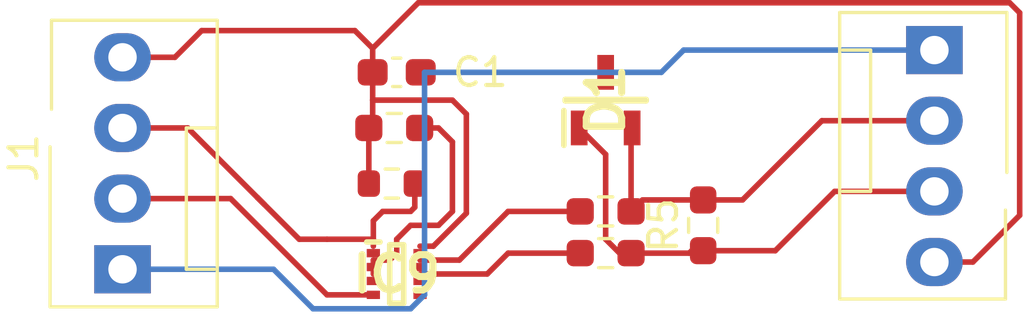
<source format=kicad_pcb>
(kicad_pcb (version 20240108) (generator "pcbnew") (generator_version "8.0")
  (layers (0 "F.Cu" signal) (31 "B.Cu" signal) (34 "B.Paste" user) (35 "F.Paste" user) (36 "B.SilkS" user "B.Silkscreen") (37 "F.SilkS" user "F.Silkscreen") (38 "B.Mask" user) (39 "F.Mask" user) (44 "Edge.Cuts" user))
  (net 0 "")
  (net 1 "VDD")
  (net 2 "GND")
  (net 3 "Net-(IC9-~{RE})")
  (net 4 "/UART RX")
  (net 5 "Net-(IC9-A)")
  (net 6 "Net-(IC9-B)")
  (net 7 "Net-(J2-Pin_2)")
  (net 8 "Net-(J2-Pin_3)")
  (net 9 "Net-(IC9-D)")
  (footprint "Library:SOT95P230X117-3N" (layer "F.Cu") (at 135.5 79 90)
    (property "Reference" "D1" (at 0 0 90) (layer "F.SilkS") (effects (font (size 1.27 1.27) (thickness 0.254))))
    (property "Value" "SM712" (hide yes))
    (fp_line (start -1.625 -1.5) (end -0.375 -1.5) (stroke (width 0.2)) (layer "F.SilkS"))
    (fp_line (start 0.025 -1.45) (end 0.025 1.45) (stroke (width 0.2)) (layer "F.SilkS"))
    (fp_line (start -0.025 -1.45) (end 0.025 -1.45) (stroke (width 0.2)) (layer "F.SilkS"))
    (fp_line (start 0.025 1.45) (end -0.025 1.45) (stroke (width 0.2)) (layer "F.SilkS"))
    (fp_line (start -0.025 1.45) (end -0.025 -1.45) (stroke (width 0.2)) (layer "F.SilkS"))
    (pad "1" smd rect (at -1 -0.95 180) (size 0.6 1.25) (layers "F.Cu" "F.Paste" "F.Mask") (net 8 "Net-(J2-Pin_3)"))
    (pad "2" smd rect (at -1 0.95 180) (size 0.6 1.25) (layers "F.Cu" "F.Paste" "F.Mask") (net 7 "Net-(J2-Pin_2)"))
    (pad "3" smd rect (at 1 0 180) (size 0.6 1.25) (layers "F.Cu" "F.Paste" "F.Mask") (net 2 "GND"))
  )
  (footprint "Resistor_SMD:R_0603_1608Metric_Pad0.98x0.95mm_HandSolder" (layer "F.Cu") (at 135.5 83)
    (property "Reference" "R3" (hide yes))
    (property "Value" "R" (hide yes))
    (fp_line (start -0.254724 -0.5225) (end 0.254724 -0.5225) (stroke (width 0.12)) (layer "F.SilkS"))
    (fp_line (start -0.254724 0.5225) (end 0.254724 0.5225) (stroke (width 0.12)) (layer "F.SilkS"))
    (pad "1" smd roundrect (at -0.9125 0) (size 0.975 0.95) (layers "F.Cu" "F.Paste" "F.Mask") (net 6 "Net-(IC9-B)"))
    (pad "2" smd roundrect (at 0.9125 0) (size 0.975 0.95) (layers "F.Cu" "F.Paste" "F.Mask") (net 7 "Net-(J2-Pin_2)"))
  )
  (footprint "Resistor_SMD:R_0603_1608Metric" (layer "F.Cu") (at 127.825 82)
    (property "Reference" "R1" (hide yes))
    (property "Value" "R")
    (fp_line (start -0.237258 -0.5225) (end 0.237258 -0.5225) (stroke (width 0.12)) (layer "F.SilkS"))
    (fp_line (start -0.237258 0.5225) (end 0.237258 0.5225) (stroke (width 0.12)) (layer "F.SilkS"))
    (pad "1" smd roundrect (at -0.825 0) (size 0.8 0.95) (layers "F.Cu" "F.Paste" "F.Mask") (net 1 "VDD"))
    (pad "2" smd roundrect (at 0.825 0) (size 0.8 0.95) (layers "F.Cu" "F.Paste" "F.Mask") (net 4 "/UART RX"))
  )
  (footprint "Capacitor_SMD:C_0603_1608Metric_Pad1.08x0.95mm_HandSolder" (layer "F.Cu") (at 128 78)
    (property "Reference" "C1" (at 3 0 180) (layer "F.SilkS"))
    (property "Value" "C")
    (fp_line (start -0.146267 -0.51) (end 0.146267 -0.51) (stroke (width 0.12)) (layer "F.SilkS"))
    (fp_line (start -0.146267 0.51) (end 0.146267 0.51) (stroke (width 0.12)) (layer "F.SilkS"))
    (pad "1" smd roundrect (at -0.8625 0) (size 1.075 0.95) (layers "F.Cu" "F.Paste" "F.Mask") (net 1 "VDD"))
    (pad "2" smd roundrect (at 0.8625 0) (size 1.075 0.95) (layers "F.Cu" "F.Paste" "F.Mask") (net 2 "GND"))
  )
  (footprint "Resistor_SMD:R_0603_1608Metric_Pad0.98x0.95mm_HandSolder" (layer "F.Cu") (at 135.5 84.5)
    (property "Reference" "R4" (hide yes))
    (property "Value" "R" (hide yes))
    (fp_line (start -0.254724 -0.5225) (end 0.254724 -0.5225) (stroke (width 0.12)) (layer "F.SilkS"))
    (fp_line (start -0.254724 0.5225) (end 0.254724 0.5225) (stroke (width 0.12)) (layer "F.SilkS"))
    (pad "1" smd roundrect (at -0.9125 0) (size 0.975 0.95) (layers "F.Cu" "F.Paste" "F.Mask") (net 5 "Net-(IC9-A)"))
    (pad "2" smd roundrect (at 0.9125 0) (size 0.975 0.95) (layers "F.Cu" "F.Paste" "F.Mask") (net 8 "Net-(J2-Pin_3)"))
  )
  (footprint "Connector:FanPinHeader_1x04_P2.54mm_Vertical" (layer "F.Cu") (at 118.16 85.08 90)
    (property "Reference" "J1" (at 4 -3.55 90) (layer "F.SilkS"))
    (property "Value" "~" (hide yes))
    (fp_line (start -1.35 -2.6) (end 4.4 -2.6) (stroke (width 0.12)) (layer "F.SilkS"))
    (fp_line (start 8.95 -2.55) (end 8.95 3.4) (stroke (width 0.12)) (layer "F.SilkS"))
    (fp_line (start 5.75 -2.55) (end 8.95 -2.55) (stroke (width 0.12)) (layer "F.SilkS"))
    (fp_line (start 5.08 2.29) (end 5.08 3.3) (stroke (width 0.12)) (layer "F.SilkS"))
    (fp_line (start 0 2.29) (end 5.08 2.29) (stroke (width 0.12)) (layer "F.SilkS"))
    (fp_line (start 0 3.3) (end 0 2.29) (stroke (width 0.12)) (layer "F.SilkS"))
    (fp_line (start 8.95 3.4) (end -1.35 3.4) (stroke (width 0.12)) (layer "F.SilkS"))
    (fp_line (start -1.35 3.4) (end -1.35 -2.6) (stroke (width 0.12)) (layer "F.SilkS"))
    (pad "" np_thru_hole circle (at 5.08 -2.16 180) (size 1.1 1.1) (drill 1.1) (layers "*.Cu" "*.Mask" "In1.Cu" "In2.Cu" "In3.Cu" "In4.Cu" "In5.Cu" "In6.Cu" "In7.Cu" "In8.Cu" "In9.Cu" "In10.Cu" "In11.Cu" "In12.Cu" "In13.Cu" "In14.Cu" "In15.Cu" "In16.Cu" "In17.Cu" "In18.Cu" "In19.Cu" "In20.Cu" "In21.Cu" "In22.Cu" "In23.Cu" "In24.Cu" "In25.Cu" "In26.Cu" "In27.Cu" "In28.Cu" "In29.Cu" "In30.Cu"))
    (pad "1" thru_hole rect (at 0 0 180) (size 2.03 1.73) (drill 1.02) (layers "*.Cu" "*.Mask" "In1.Cu" "In2.Cu" "In3.Cu" "In4.Cu" "In5.Cu" "In6.Cu" "In7.Cu" "In8.Cu" "In9.Cu" "In10.Cu" "In11.Cu" "In12.Cu" "In13.Cu" "In14.Cu" "In15.Cu" "In16.Cu" "In17.Cu" "In18.Cu" "In19.Cu" "In20.Cu" "In21.Cu" "In22.Cu" "In23.Cu" "In24.Cu" "In25.Cu" "In26.Cu" "In27.Cu" "In28.Cu" "In29.Cu" "In30.Cu") (net 2 "GND"))
    (pad "2" thru_hole oval (at 2.54 0 180) (size 2.03 1.73) (drill 1.02) (layers "*.Cu" "*.Mask" "In1.Cu" "In2.Cu" "In3.Cu" "In4.Cu" "In5.Cu" "In6.Cu" "In7.Cu" "In8.Cu" "In9.Cu" "In10.Cu" "In11.Cu" "In12.Cu" "In13.Cu" "In14.Cu" "In15.Cu" "In16.Cu" "In17.Cu" "In18.Cu" "In19.Cu" "In20.Cu" "In21.Cu" "In22.Cu" "In23.Cu" "In24.Cu" "In25.Cu" "In26.Cu" "In27.Cu" "In28.Cu" "In29.Cu" "In30.Cu") (net 9 "Net-(IC9-D)"))
    (pad "3" thru_hole oval (at 5.08 0 180) (size 2.03 1.73) (drill 1.02) (layers "*.Cu" "*.Mask" "In1.Cu" "In2.Cu" "In3.Cu" "In4.Cu" "In5.Cu" "In6.Cu" "In7.Cu" "In8.Cu" "In9.Cu" "In10.Cu" "In11.Cu" "In12.Cu" "In13.Cu" "In14.Cu" "In15.Cu" "In16.Cu" "In17.Cu" "In18.Cu" "In19.Cu" "In20.Cu" "In21.Cu" "In22.Cu" "In23.Cu" "In24.Cu" "In25.Cu" "In26.Cu" "In27.Cu" "In28.Cu" "In29.Cu" "In30.Cu") (net 4 "/UART RX"))
    (pad "4" thru_hole oval (at 7.62 0 180) (size 2.03 1.73) (drill 1.02) (layers "*.Cu" "*.Mask" "In1.Cu" "In2.Cu" "In3.Cu" "In4.Cu" "In5.Cu" "In6.Cu" "In7.Cu" "In8.Cu" "In9.Cu" "In10.Cu" "In11.Cu" "In12.Cu" "In13.Cu" "In14.Cu" "In15.Cu" "In16.Cu" "In17.Cu" "In18.Cu" "In19.Cu" "In20.Cu" "In21.Cu" "In22.Cu" "In23.Cu" "In24.Cu" "In25.Cu" "In26.Cu" "In27.Cu" "In28.Cu" "In29.Cu" "In30.Cu") (net 1 "VDD"))
  )
  (footprint "Library:SOTFL50P160X60-8N" (layer "F.Cu") (at 128 85.25)
    (property "Reference" "IC9" (at 0 0 0) (layer "F.SilkS") (effects (font (size 1.27 1.27) (thickness 0.254))))
    (property "Value" "THVD1426DRLR" (hide yes))
    (fp_line (start -1.075 -1.15) (end -0.6 -1.15) (stroke (width 0.2)) (layer "F.SilkS"))
    (fp_line (start -0.25 -1.05) (end 0.25 -1.05) (stroke (width 0.2)) (layer "F.SilkS"))
    (fp_line (start -0.25 1.05) (end -0.25 -1.05) (stroke (width 0.2)) (layer "F.SilkS"))
    (fp_line (start 0.25 -1.05) (end 0.25 1.05) (stroke (width 0.2)) (layer "F.SilkS"))
    (fp_line (start 0.25 1.05) (end -0.25 1.05) (stroke (width 0.2)) (layer "F.SilkS"))
    (pad "1" smd rect (at -0.838 -0.75 90) (size 0.3 0.475) (layers "F.Cu" "F.Paste" "F.Mask") (net 4 "/UART RX"))
    (pad "2" smd rect (at -0.838 -0.25 90) (size 0.3 0.475) (layers "F.Cu" "F.Paste" "F.Mask") (net 3 "Net-(IC9-~{RE})"))
    (pad "3" smd rect (at -0.838 0.25 90) (size 0.3 0.475) (layers "F.Cu" "F.Paste" "F.Mask") (net 3 "Net-(IC9-~{RE})"))
    (pad "4" smd rect (at -0.838 0.75 90) (size 0.3 0.475) (layers "F.Cu" "F.Paste" "F.Mask") (net 9 "Net-(IC9-D)"))
    (pad "5" smd rect (at 0.838 0.75 90) (size 0.3 0.475) (layers "F.Cu" "F.Paste" "F.Mask") (net 2 "GND"))
    (pad "6" smd rect (at 0.838 0.25 90) (size 0.3 0.475) (layers "F.Cu" "F.Paste" "F.Mask") (net 5 "Net-(IC9-A)"))
    (pad "7" smd rect (at 0.838 -0.25 90) (size 0.3 0.475) (layers "F.Cu" "F.Paste" "F.Mask") (net 6 "Net-(IC9-B)"))
    (pad "8" smd rect (at 0.838 -0.75 90) (size 0.3 0.475) (layers "F.Cu" "F.Paste" "F.Mask") (net 1 "VDD"))
  )
  (footprint "Resistor_SMD:R_0603_1608Metric_Pad0.98x0.95mm_HandSolder" (layer "F.Cu") (at 139 83.5 90)
    (property "Reference" "R5" (at 0 -1.43 90) (layer "F.SilkS"))
    (property "Value" "R" (hide yes))
    (fp_line (start -0.254724 -0.5225) (end 0.254724 -0.5225) (stroke (width 0.12)) (layer "F.SilkS"))
    (fp_line (start -0.254724 0.5225) (end 0.254724 0.5225) (stroke (width 0.12)) (layer "F.SilkS"))
    (pad "1" smd roundrect (at -0.9125 0 90) (size 0.975 0.95) (layers "F.Cu" "F.Paste" "F.Mask") (net 8 "Net-(J2-Pin_3)"))
    (pad "2" smd roundrect (at 0.9125 0 90) (size 0.975 0.95) (layers "F.Cu" "F.Paste" "F.Mask") (net 7 "Net-(J2-Pin_2)"))
  )
  (footprint "Connector:FanPinHeader_1x04_P2.54mm_Vertical" (layer "F.Cu") (at 147.3 77.2 -90)
    (property "Reference" "J2" (hide yes))
    (property "Value" "Conn_01x04_Socket" (hide yes))
    (fp_line (start -1.35 3.4) (end -1.35 -2.6) (stroke (width 0.12)) (layer "F.SilkS"))
    (fp_line (start 8.95 3.4) (end -1.35 3.4) (stroke (width 0.12)) (layer "F.SilkS"))
    (fp_line (start 0 3.3) (end 0 2.29) (stroke (width 0.12)) (layer "F.SilkS"))
    (fp_line (start 0 2.29) (end 5.08 2.29) (stroke (width 0.12)) (layer "F.SilkS"))
    (fp_line (start 5.08 2.29) (end 5.08 3.3) (stroke (width 0.12)) (layer "F.SilkS"))
    (fp_line (start 5.75 -2.55) (end 8.95 -2.55) (stroke (width 0.12)) (layer "F.SilkS"))
    (fp_line (start 8.95 -2.55) (end 8.95 3.4) (stroke (width 0.12)) (layer "F.SilkS"))
    (fp_line (start -1.35 -2.6) (end 4.4 -2.6) (stroke (width 0.12)) (layer "F.SilkS"))
    (pad "" np_thru_hole circle (at 5.08 -2.16) (size 1.1 1.1) (drill 1.1) (layers "*.Cu" "*.Mask" "In1.Cu" "In2.Cu" "In3.Cu" "In4.Cu" "In5.Cu" "In6.Cu" "In7.Cu" "In8.Cu" "In9.Cu" "In10.Cu" "In11.Cu" "In12.Cu" "In13.Cu" "In14.Cu" "In15.Cu" "In16.Cu" "In17.Cu" "In18.Cu" "In19.Cu" "In20.Cu" "In21.Cu" "In22.Cu" "In23.Cu" "In24.Cu" "In25.Cu" "In26.Cu" "In27.Cu" "In28.Cu" "In29.Cu" "In30.Cu"))
    (pad "1" thru_hole rect (at 0 0) (size 2.03 1.73) (drill 1.02) (layers "*.Cu" "*.Mask" "In1.Cu" "In2.Cu" "In3.Cu" "In4.Cu" "In5.Cu" "In6.Cu" "In7.Cu" "In8.Cu" "In9.Cu" "In10.Cu" "In11.Cu" "In12.Cu" "In13.Cu" "In14.Cu" "In15.Cu" "In16.Cu" "In17.Cu" "In18.Cu" "In19.Cu" "In20.Cu" "In21.Cu" "In22.Cu" "In23.Cu" "In24.Cu" "In25.Cu" "In26.Cu" "In27.Cu" "In28.Cu" "In29.Cu" "In30.Cu") (net 2 "GND"))
    (pad "2" thru_hole oval (at 2.54 0) (size 2.03 1.73) (drill 1.02) (layers "*.Cu" "*.Mask" "In1.Cu" "In2.Cu" "In3.Cu" "In4.Cu" "In5.Cu" "In6.Cu" "In7.Cu" "In8.Cu" "In9.Cu" "In10.Cu" "In11.Cu" "In12.Cu" "In13.Cu" "In14.Cu" "In15.Cu" "In16.Cu" "In17.Cu" "In18.Cu" "In19.Cu" "In20.Cu" "In21.Cu" "In22.Cu" "In23.Cu" "In24.Cu" "In25.Cu" "In26.Cu" "In27.Cu" "In28.Cu" "In29.Cu" "In30.Cu") (net 7 "Net-(J2-Pin_2)"))
    (pad "3" thru_hole oval (at 5.08 0) (size 2.03 1.73) (drill 1.02) (layers "*.Cu" "*.Mask" "In1.Cu" "In2.Cu" "In3.Cu" "In4.Cu" "In5.Cu" "In6.Cu" "In7.Cu" "In8.Cu" "In9.Cu" "In10.Cu" "In11.Cu" "In12.Cu" "In13.Cu" "In14.Cu" "In15.Cu" "In16.Cu" "In17.Cu" "In18.Cu" "In19.Cu" "In20.Cu" "In21.Cu" "In22.Cu" "In23.Cu" "In24.Cu" "In25.Cu" "In26.Cu" "In27.Cu" "In28.Cu" "In29.Cu" "In30.Cu") (net 8 "Net-(J2-Pin_3)"))
    (pad "4" thru_hole oval (at 7.62 0) (size 2.03 1.73) (drill 1.02) (layers "*.Cu" "*.Mask" "In1.Cu" "In2.Cu" "In3.Cu" "In4.Cu" "In5.Cu" "In6.Cu" "In7.Cu" "In8.Cu" "In9.Cu" "In10.Cu" "In11.Cu" "In12.Cu" "In13.Cu" "In14.Cu" "In15.Cu" "In16.Cu" "In17.Cu" "In18.Cu" "In19.Cu" "In20.Cu" "In21.Cu" "In22.Cu" "In23.Cu" "In24.Cu" "In25.Cu" "In26.Cu" "In27.Cu" "In28.Cu" "In29.Cu" "In30.Cu") (net 1 "VDD"))
  )
  (footprint "Resistor_SMD:R_0603_1608Metric_Pad0.98x0.95mm_HandSolder" (layer "F.Cu") (at 127.9125 80)
    (property "Reference" "R2" (hide yes))
    (property "Value" "R")
    (fp_line (start -0.254724 -0.5225) (end 0.254724 -0.5225) (stroke (width 0.12)) (layer "F.SilkS"))
    (fp_line (start -0.254724 0.5225) (end 0.254724 0.5225) (stroke (width 0.12)) (layer "F.SilkS"))
    (pad "1" smd roundrect (at -0.9125 0) (size 0.975 0.95) (layers "F.Cu" "F.Paste" "F.Mask") (net 1 "VDD"))
    (pad "2" smd roundrect (at 0.9125 0) (size 0.975 0.95) (layers "F.Cu" "F.Paste" "F.Mask") (net 3 "Net-(IC9-~{RE})"))
  )
  (segment (start 127 82) (end 127 80) (width 0.2) (layer "F.Cu") (net 1))
  (segment (start 127.1375 79) (end 127.1375 79.8625) (width 0.2) (layer "F.Cu") (net 1))
  (segment (start 127.1375 77.1375) (end 127.1375 78) (width 0.2) (layer "F.Cu") (net 1))
  (segment (start 121 76.5) (end 126.5 76.5) (width 0.2) (layer "F.Cu") (net 1))
  (segment (start 128.838 84.25) (end 129.315686 84.25) (width 0.2) (layer "F.Cu") (net 1))
  (segment (start 130.5 79.5) (end 130 79) (width 0.2) (layer "F.Cu") (net 1))
  (segment (start 129.315686 84.25) (end 130.5 83.065686) (width 0.2) (layer "F.Cu") (net 1))
  (segment (start 126.5 76.5) (end 127.1375 77.1375) (width 0.2) (layer "F.Cu") (net 1))
  (segment (start 150.36 75.86) (end 150 75.5) (width 0.2) (layer "F.Cu") (net 1))
  (segment (start 130.5 83.065686) (end 130.5 79.5) (width 0.2) (layer "F.Cu") (net 1))
  (segment (start 127.1375 79.8625) (end 127 80) (width 0.2) (layer "F.Cu") (net 1))
  (segment (start 118.16 77.46) (end 120.04 77.46) (width 0.2) (layer "F.Cu") (net 1))
  (segment (start 150.36 83.14) (end 150.36 75.86) (width 0.2) (layer "F.Cu") (net 1))
  (segment (start 120.04 77.46) (end 121 76.5) (width 0.2) (layer "F.Cu") (net 1))
  (segment (start 127.1375 78) (end 127.1375 79) (width 0.2) (layer "F.Cu") (net 1))
  (segment (start 150 75.5) (end 128.775 75.5) (width 0.2) (layer "F.Cu") (net 1))
  (segment (start 128.775 75.5) (end 127.1375 77.1375) (width 0.2) (layer "F.Cu") (net 1))
  (segment (start 147.3 84.82) (end 148.68 84.82) (width 0.2) (layer "F.Cu") (net 1))
  (segment (start 148.68 84.82) (end 150.36 83.14) (width 0.2) (layer "F.Cu") (net 1))
  (segment (start 130 79) (end 127.1375 79) (width 0.2) (layer "F.Cu") (net 1))
  (segment (start 129 78) (end 137.5 78) (width 0.2) (layer "B.Cu") (net 2))
  (segment (start 125 86.5) (end 128.5 86.5) (width 0.2) (layer "B.Cu") (net 2))
  (segment (start 137.5 78) (end 138.3 77.2) (width 0.2) (layer "B.Cu") (net 2))
  (segment (start 128.5 86.5) (end 129 86) (width 0.2) (layer "B.Cu") (net 2))
  (segment (start 138.3 77.2) (end 147.3 77.2) (width 0.2) (layer "B.Cu") (net 2))
  (segment (start 129 86) (end 129 78) (width 0.2) (layer "B.Cu") (net 2))
  (segment (start 123.58 85.08) (end 125 86.5) (width 0.2) (layer "B.Cu") (net 2))
  (segment (start 118.16 85.08) (end 123.58 85.08) (width 0.2) (layer "B.Cu") (net 2))
  (segment (start 127.75 84.75) (end 128 84.5) (width 0.2) (layer "F.Cu") (net 3))
  (segment (start 128 84.5) (end 128 84) (width 0.2) (layer "F.Cu") (net 3))
  (segment (start 128.825 80) (end 129.5 80) (width 0.2) (layer "F.Cu") (net 3))
  (segment (start 130 80.5) (end 130 83) (width 0.2) (layer "F.Cu") (net 3))
  (segment (start 127.162 85.25) (end 127.162 84.75) (width 0.2) (layer "F.Cu") (net 3))
  (segment (start 130 83) (end 129.5 83.5) (width 0.2) (layer "F.Cu") (net 3))
  (segment (start 127.162 84.75) (end 127.75 84.75) (width 0.2) (layer "F.Cu") (net 3))
  (segment (start 128.5 83.5) (end 129.5 83.5) (width 0.2) (layer "F.Cu") (net 3))
  (segment (start 129.5 80) (end 130 80.5) (width 0.2) (layer "F.Cu") (net 3))
  (segment (start 128 84) (end 128.5 83.5) (width 0.2) (layer "F.Cu") (net 3))
  (segment (start 127.5 83) (end 127.162 83.338) (width 0.2) (layer "F.Cu") (net 4))
  (segment (start 127.162 83.338) (end 127.162 84) (width 0.2) (layer "F.Cu") (net 4))
  (segment (start 125.5 84) (end 127.162 84) (width 0.2) (layer "F.Cu") (net 4))
  (segment (start 128.65 82) (end 128.65 82.85) (width 0.2) (layer "F.Cu") (net 4))
  (segment (start 124.5 84) (end 125.5 84) (width 0.2) (layer "F.Cu") (net 4))
  (segment (start 128.65 82.85) (end 128.5 83) (width 0.2) (layer "F.Cu") (net 4))
  (segment (start 128.5 83) (end 127.5 83) (width 0.2) (layer "F.Cu") (net 4))
  (segment (start 118.16 80) (end 120.5 80) (width 0.2) (layer "F.Cu") (net 4))
  (segment (start 123 82.5) (end 124.5 84) (width 0.2) (layer "F.Cu") (net 4))
  (segment (start 120.5 80) (end 123 82.5) (width 0.2) (layer "F.Cu") (net 4))
  (segment (start 123 82.5) (end 123.25 82.75) (width 0.2) (layer "F.Cu") (net 4))
  (segment (start 127.162 84) (end 127.162 84.25) (width 0.2) (layer "F.Cu") (net 4))
  (segment (start 128.838 85.25) (end 131.25 85.25) (width 0.2) (layer "F.Cu") (net 5))
  (segment (start 131.25 85.25) (end 132 84.5) (width 0.2) (layer "F.Cu") (net 5))
  (segment (start 132 84.5) (end 134.5875 84.5) (width 0.2) (layer "F.Cu") (net 5))
  (segment (start 128.838 84.75) (end 130.25 84.75) (width 0.2) (layer "F.Cu") (net 6))
  (segment (start 132 83) (end 134.5875 83) (width 0.2) (layer "F.Cu") (net 6))
  (segment (start 130.25 84.75) (end 132 83) (width 0.2) (layer "F.Cu") (net 6))
  (segment (start 136.4125 83) (end 136.4125 80.0375) (width 0.2) (layer "F.Cu") (net 7))
  (segment (start 143.26 79.74) (end 147.3 79.74) (width 0.2) (layer "F.Cu") (net 7))
  (segment (start 136.4125 80.0375) (end 136.45 80) (width 0.2) (layer "F.Cu") (net 7))
  (segment (start 139 82.5875) (end 140.4125 82.5875) (width 0.2) (layer "F.Cu") (net 7))
  (segment (start 140.4125 82.5875) (end 143.26 79.74) (width 0.2) (layer "F.Cu") (net 7))
  (segment (start 136.825 82.5875) (end 136.4125 83) (width 0.2) (layer "F.Cu") (net 7))
  (segment (start 139 82.5875) (end 136.825 82.5875) (width 0.2) (layer "F.Cu") (net 7))
  (segment (start 147.3 82.28) (end 143.72 82.28) (width 0.2) (layer "F.Cu") (net 8))
  (segment (start 139 84.4125) (end 138.5875 84.4125) (width 0.2) (layer "F.Cu") (net 8))
  (segment (start 135.5 84) (end 135.5 80.95) (width 0.2) (layer "F.Cu") (net 8))
  (segment (start 135.5 80.95) (end 134.55 80) (width 0.2) (layer "F.Cu") (net 8))
  (segment (start 136.4125 84.5) (end 136 84.5) (width 0.2) (layer "F.Cu") (net 8))
  (segment (start 143.72 82.28) (end 141.5875 84.4125) (width 0.2) (layer "F.Cu") (net 8))
  (segment (start 138.5 84.5) (end 136.4125 84.5) (width 0.2) (layer "F.Cu") (net 8))
  (segment (start 141.5875 84.4125) (end 139 84.4125) (width 0.2) (layer "F.Cu") (net 8))
  (segment (start 136 84.5) (end 135.5 84) (width 0.2) (layer "F.Cu") (net 8))
  (segment (start 138.5875 84.4125) (end 138.5 84.5) (width 0.2) (layer "F.Cu") (net 8))
  (segment (start 118.16 82.54) (end 122.04 82.54) (width 0.2) (layer "F.Cu") (net 9))
  (segment (start 125.5 86) (end 127.162 86) (width 0.2) (layer "F.Cu") (net 9))
  (segment (start 122.04 82.54) (end 125.5 86) (width 0.2) (layer "F.Cu") (net 9))
)
</source>
